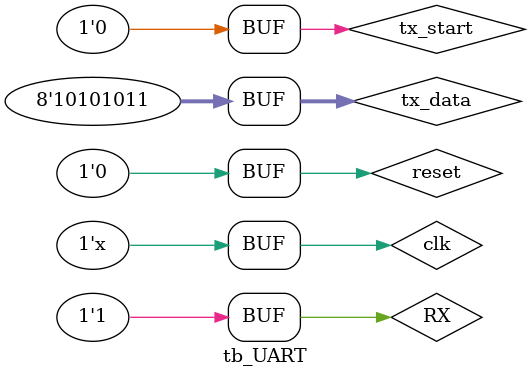
<source format=v>
`timescale 1ns / 1ps


module tb_UART ();

    reg clk;
    reg reset;
    reg tx_start;
    reg [7:0] tx_data;
    reg    RX;
    wire    rx_done;
    wire [7:0]    rx_data;
    wire tx;
    wire tx_done;

    uart dut (
        .clk(clk),
        .reset(reset),
        .tx_start(tx_start),
        .tx_data(tx_data),
        .RX(RX),
        .rx_done(rx_done),
        .rx_data(rx_data),
        .tx(tx),
        .tx_done(tx_done)
    );

    always #5 clk = ~clk;

    initial begin
        clk = 1'b0;
        reset = 1'b1;
        tx_start = 1'b0;
        tx_data = 0;
        RX = 0;
    end

    initial begin
        #100 reset = 1'b0;
        #100 tx_data = 8'b10101011;
        tx_start = 1'b1;
        RX = 1'b0; //startbit
        #10 tx_start = 1'b0;
        #90 RX = 1'b1; //data0
        #100 RX = 1'b0; //data1 
        #100 RX = 1'b1;//data2
        #100 RX = 1'b0;  //data3
        #100 RX = 1'b1;//data4
        #100 RX = 1'b0;  //data5
        #100 RX = 1'b1;//data6
        #100 RX = 1'b0;  //data7
        #100 RX = 1'b1;  //stopbit
    end

endmodule

</source>
